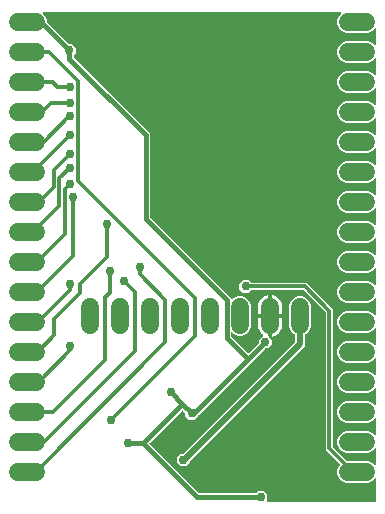
<source format=gbl>
G04 EAGLE Gerber RS-274X export*
G75*
%MOMM*%
%FSLAX34Y34*%
%LPD*%
%INBottom Copper*%
%IPPOS*%
%AMOC8*
5,1,8,0,0,1.08239X$1,22.5*%
G01*
%ADD10C,1.524000*%
%ADD11C,0.756400*%
%ADD12C,0.304800*%
%ADD13C,0.508000*%
%ADD14C,0.406400*%

G36*
X320368Y50804D02*
X320368Y50804D01*
X320387Y50802D01*
X320489Y50824D01*
X320591Y50840D01*
X320608Y50850D01*
X320628Y50854D01*
X320717Y50907D01*
X320808Y50956D01*
X320822Y50970D01*
X320839Y50980D01*
X320906Y51059D01*
X320978Y51134D01*
X320986Y51152D01*
X320999Y51167D01*
X321038Y51263D01*
X321081Y51357D01*
X321083Y51377D01*
X321091Y51395D01*
X321109Y51562D01*
X321109Y70119D01*
X321098Y70190D01*
X321096Y70261D01*
X321078Y70310D01*
X321070Y70362D01*
X321036Y70425D01*
X321011Y70492D01*
X320979Y70533D01*
X320954Y70579D01*
X320902Y70628D01*
X320858Y70684D01*
X320814Y70713D01*
X320776Y70748D01*
X320711Y70779D01*
X320651Y70817D01*
X320600Y70830D01*
X320553Y70852D01*
X320482Y70860D01*
X320412Y70877D01*
X320360Y70873D01*
X320309Y70879D01*
X320238Y70864D01*
X320167Y70858D01*
X320119Y70838D01*
X320068Y70827D01*
X320007Y70790D01*
X319941Y70762D01*
X319885Y70717D01*
X319857Y70701D01*
X319842Y70683D01*
X319810Y70657D01*
X317600Y68447D01*
X314239Y67055D01*
X295361Y67055D01*
X292000Y68447D01*
X289427Y71020D01*
X288035Y74381D01*
X288035Y78019D01*
X289427Y81380D01*
X289925Y81877D01*
X289936Y81893D01*
X289952Y81906D01*
X290008Y81993D01*
X290068Y82077D01*
X290074Y82096D01*
X290085Y82113D01*
X290110Y82213D01*
X290141Y82312D01*
X290140Y82332D01*
X290145Y82351D01*
X290137Y82454D01*
X290134Y82558D01*
X290127Y82577D01*
X290126Y82597D01*
X290085Y82691D01*
X290050Y82789D01*
X290037Y82805D01*
X290029Y82823D01*
X289925Y82954D01*
X278129Y94749D01*
X278129Y211020D01*
X278115Y211110D01*
X278107Y211201D01*
X278095Y211231D01*
X278090Y211263D01*
X278047Y211343D01*
X278011Y211427D01*
X277985Y211459D01*
X277974Y211480D01*
X277951Y211502D01*
X277906Y211558D01*
X259564Y229900D01*
X259490Y229953D01*
X259421Y230013D01*
X259391Y230025D01*
X259364Y230044D01*
X259277Y230071D01*
X259193Y230105D01*
X259152Y230109D01*
X259129Y230116D01*
X259097Y230115D01*
X259026Y230123D01*
X215083Y230123D01*
X214993Y230109D01*
X214902Y230101D01*
X214873Y230089D01*
X214841Y230084D01*
X214760Y230041D01*
X214676Y230005D01*
X214644Y229979D01*
X214623Y229968D01*
X214601Y229945D01*
X214545Y229900D01*
X212510Y227865D01*
X208114Y227865D01*
X205005Y230974D01*
X205005Y235370D01*
X208114Y238479D01*
X212510Y238479D01*
X214545Y236444D01*
X214619Y236391D01*
X214689Y236331D01*
X214719Y236319D01*
X214745Y236300D01*
X214832Y236273D01*
X214917Y236239D01*
X214958Y236235D01*
X214980Y236228D01*
X215012Y236229D01*
X215083Y236221D01*
X261867Y236221D01*
X284227Y213861D01*
X284227Y97590D01*
X284241Y97500D01*
X284249Y97409D01*
X284261Y97379D01*
X284266Y97347D01*
X284309Y97267D01*
X284345Y97183D01*
X284371Y97151D01*
X284382Y97130D01*
X284405Y97108D01*
X284450Y97052D01*
X295934Y85568D01*
X296008Y85515D01*
X296077Y85455D01*
X296107Y85443D01*
X296134Y85424D01*
X296221Y85397D01*
X296305Y85363D01*
X296346Y85359D01*
X296369Y85352D01*
X296401Y85353D01*
X296472Y85345D01*
X314239Y85345D01*
X317600Y83953D01*
X319810Y81743D01*
X319868Y81701D01*
X319920Y81652D01*
X319967Y81630D01*
X320009Y81599D01*
X320078Y81578D01*
X320143Y81548D01*
X320195Y81542D01*
X320245Y81527D01*
X320316Y81529D01*
X320387Y81521D01*
X320438Y81532D01*
X320490Y81533D01*
X320558Y81558D01*
X320628Y81573D01*
X320673Y81600D01*
X320721Y81618D01*
X320777Y81663D01*
X320839Y81699D01*
X320873Y81739D01*
X320913Y81771D01*
X320952Y81832D01*
X320999Y81886D01*
X321018Y81935D01*
X321046Y81978D01*
X321064Y82048D01*
X321091Y82114D01*
X321099Y82186D01*
X321107Y82217D01*
X321105Y82240D01*
X321109Y82281D01*
X321109Y95519D01*
X321098Y95590D01*
X321096Y95661D01*
X321078Y95710D01*
X321070Y95762D01*
X321036Y95825D01*
X321011Y95892D01*
X320979Y95933D01*
X320954Y95979D01*
X320902Y96028D01*
X320858Y96084D01*
X320814Y96113D01*
X320776Y96148D01*
X320711Y96179D01*
X320651Y96217D01*
X320600Y96230D01*
X320553Y96252D01*
X320482Y96260D01*
X320412Y96277D01*
X320360Y96273D01*
X320309Y96279D01*
X320238Y96264D01*
X320167Y96258D01*
X320119Y96238D01*
X320068Y96227D01*
X320007Y96190D01*
X319941Y96162D01*
X319885Y96117D01*
X319857Y96101D01*
X319842Y96083D01*
X319810Y96057D01*
X317600Y93847D01*
X314239Y92455D01*
X295361Y92455D01*
X292000Y93847D01*
X289427Y96420D01*
X288035Y99781D01*
X288035Y103419D01*
X289427Y106780D01*
X292000Y109353D01*
X295361Y110745D01*
X314239Y110745D01*
X317600Y109353D01*
X319810Y107143D01*
X319868Y107101D01*
X319920Y107052D01*
X319967Y107030D01*
X320009Y106999D01*
X320078Y106978D01*
X320143Y106948D01*
X320195Y106942D01*
X320245Y106927D01*
X320316Y106929D01*
X320387Y106921D01*
X320438Y106932D01*
X320490Y106933D01*
X320558Y106958D01*
X320628Y106973D01*
X320673Y107000D01*
X320721Y107018D01*
X320777Y107063D01*
X320839Y107099D01*
X320873Y107139D01*
X320913Y107171D01*
X320952Y107232D01*
X320999Y107286D01*
X321018Y107335D01*
X321046Y107378D01*
X321064Y107448D01*
X321091Y107514D01*
X321099Y107586D01*
X321107Y107617D01*
X321105Y107640D01*
X321109Y107681D01*
X321109Y120919D01*
X321098Y120990D01*
X321096Y121061D01*
X321078Y121110D01*
X321070Y121162D01*
X321036Y121225D01*
X321011Y121292D01*
X320979Y121333D01*
X320954Y121379D01*
X320902Y121428D01*
X320858Y121484D01*
X320814Y121513D01*
X320776Y121548D01*
X320711Y121579D01*
X320651Y121617D01*
X320600Y121630D01*
X320553Y121652D01*
X320482Y121660D01*
X320412Y121677D01*
X320360Y121673D01*
X320309Y121679D01*
X320238Y121664D01*
X320167Y121658D01*
X320119Y121638D01*
X320068Y121627D01*
X320007Y121590D01*
X319941Y121562D01*
X319885Y121517D01*
X319857Y121501D01*
X319842Y121483D01*
X319810Y121457D01*
X317600Y119247D01*
X314239Y117855D01*
X295361Y117855D01*
X292000Y119247D01*
X289427Y121820D01*
X288035Y125181D01*
X288035Y128819D01*
X289427Y132180D01*
X292000Y134753D01*
X295361Y136145D01*
X314239Y136145D01*
X317600Y134753D01*
X319810Y132543D01*
X319868Y132501D01*
X319920Y132452D01*
X319967Y132430D01*
X320009Y132399D01*
X320078Y132378D01*
X320143Y132348D01*
X320195Y132342D01*
X320245Y132327D01*
X320316Y132329D01*
X320387Y132321D01*
X320438Y132332D01*
X320490Y132333D01*
X320558Y132358D01*
X320628Y132373D01*
X320673Y132400D01*
X320721Y132418D01*
X320777Y132463D01*
X320839Y132499D01*
X320873Y132539D01*
X320913Y132571D01*
X320952Y132632D01*
X320999Y132686D01*
X321018Y132735D01*
X321046Y132778D01*
X321064Y132848D01*
X321091Y132914D01*
X321099Y132986D01*
X321107Y133017D01*
X321105Y133040D01*
X321109Y133081D01*
X321109Y146319D01*
X321098Y146390D01*
X321096Y146461D01*
X321078Y146510D01*
X321070Y146562D01*
X321036Y146625D01*
X321011Y146692D01*
X320979Y146733D01*
X320954Y146779D01*
X320902Y146828D01*
X320858Y146884D01*
X320814Y146913D01*
X320776Y146948D01*
X320711Y146979D01*
X320651Y147017D01*
X320600Y147030D01*
X320553Y147052D01*
X320482Y147060D01*
X320412Y147077D01*
X320360Y147073D01*
X320309Y147079D01*
X320238Y147064D01*
X320167Y147058D01*
X320119Y147038D01*
X320068Y147027D01*
X320007Y146990D01*
X319941Y146962D01*
X319885Y146917D01*
X319857Y146901D01*
X319842Y146883D01*
X319810Y146857D01*
X317600Y144647D01*
X314239Y143255D01*
X295361Y143255D01*
X292000Y144647D01*
X289427Y147220D01*
X288035Y150581D01*
X288035Y154219D01*
X289427Y157580D01*
X292000Y160153D01*
X295361Y161545D01*
X314239Y161545D01*
X317600Y160153D01*
X319810Y157943D01*
X319868Y157901D01*
X319920Y157852D01*
X319967Y157830D01*
X320009Y157799D01*
X320078Y157778D01*
X320143Y157748D01*
X320195Y157742D01*
X320245Y157727D01*
X320316Y157729D01*
X320387Y157721D01*
X320438Y157732D01*
X320490Y157733D01*
X320558Y157758D01*
X320628Y157773D01*
X320673Y157800D01*
X320721Y157818D01*
X320777Y157863D01*
X320839Y157899D01*
X320873Y157939D01*
X320913Y157971D01*
X320952Y158032D01*
X320999Y158086D01*
X321018Y158135D01*
X321046Y158178D01*
X321064Y158248D01*
X321091Y158314D01*
X321099Y158386D01*
X321107Y158417D01*
X321105Y158440D01*
X321109Y158481D01*
X321109Y171719D01*
X321098Y171790D01*
X321096Y171861D01*
X321078Y171910D01*
X321070Y171962D01*
X321036Y172025D01*
X321011Y172092D01*
X320979Y172133D01*
X320954Y172179D01*
X320902Y172228D01*
X320858Y172284D01*
X320814Y172313D01*
X320776Y172348D01*
X320711Y172379D01*
X320651Y172417D01*
X320600Y172430D01*
X320553Y172452D01*
X320482Y172460D01*
X320412Y172477D01*
X320360Y172473D01*
X320309Y172479D01*
X320238Y172464D01*
X320167Y172458D01*
X320119Y172438D01*
X320068Y172427D01*
X320007Y172390D01*
X319941Y172362D01*
X319885Y172317D01*
X319857Y172301D01*
X319842Y172283D01*
X319810Y172257D01*
X317600Y170047D01*
X314239Y168655D01*
X295361Y168655D01*
X292000Y170047D01*
X289427Y172620D01*
X288035Y175981D01*
X288035Y179619D01*
X289427Y182980D01*
X292000Y185553D01*
X295361Y186945D01*
X314239Y186945D01*
X317600Y185553D01*
X319810Y183343D01*
X319868Y183301D01*
X319920Y183252D01*
X319967Y183230D01*
X320009Y183199D01*
X320078Y183178D01*
X320143Y183148D01*
X320195Y183142D01*
X320245Y183127D01*
X320316Y183129D01*
X320387Y183121D01*
X320438Y183132D01*
X320490Y183133D01*
X320558Y183158D01*
X320628Y183173D01*
X320673Y183200D01*
X320721Y183218D01*
X320777Y183263D01*
X320839Y183299D01*
X320873Y183339D01*
X320913Y183371D01*
X320952Y183432D01*
X320999Y183486D01*
X321018Y183535D01*
X321046Y183578D01*
X321064Y183648D01*
X321091Y183714D01*
X321099Y183786D01*
X321107Y183817D01*
X321105Y183840D01*
X321109Y183881D01*
X321109Y197119D01*
X321098Y197190D01*
X321096Y197261D01*
X321078Y197310D01*
X321070Y197362D01*
X321036Y197425D01*
X321011Y197492D01*
X320979Y197533D01*
X320954Y197579D01*
X320902Y197628D01*
X320858Y197684D01*
X320814Y197713D01*
X320776Y197748D01*
X320711Y197779D01*
X320651Y197817D01*
X320600Y197830D01*
X320553Y197852D01*
X320482Y197860D01*
X320412Y197877D01*
X320360Y197873D01*
X320309Y197879D01*
X320238Y197864D01*
X320167Y197858D01*
X320119Y197838D01*
X320068Y197827D01*
X320007Y197790D01*
X319941Y197762D01*
X319885Y197717D01*
X319857Y197701D01*
X319842Y197683D01*
X319810Y197657D01*
X317600Y195447D01*
X314239Y194055D01*
X295361Y194055D01*
X292000Y195447D01*
X289427Y198020D01*
X288035Y201381D01*
X288035Y205019D01*
X289427Y208380D01*
X292000Y210953D01*
X295361Y212345D01*
X314239Y212345D01*
X317600Y210953D01*
X319810Y208743D01*
X319868Y208701D01*
X319920Y208652D01*
X319967Y208630D01*
X320009Y208599D01*
X320078Y208578D01*
X320143Y208548D01*
X320195Y208542D01*
X320245Y208527D01*
X320316Y208529D01*
X320387Y208521D01*
X320438Y208532D01*
X320490Y208533D01*
X320558Y208558D01*
X320628Y208573D01*
X320673Y208600D01*
X320721Y208618D01*
X320777Y208663D01*
X320839Y208699D01*
X320873Y208739D01*
X320913Y208771D01*
X320952Y208832D01*
X320999Y208886D01*
X321018Y208935D01*
X321046Y208978D01*
X321064Y209048D01*
X321091Y209114D01*
X321099Y209186D01*
X321107Y209217D01*
X321105Y209240D01*
X321109Y209281D01*
X321109Y222519D01*
X321098Y222590D01*
X321096Y222661D01*
X321078Y222710D01*
X321070Y222762D01*
X321036Y222825D01*
X321011Y222892D01*
X320979Y222933D01*
X320954Y222979D01*
X320902Y223028D01*
X320858Y223084D01*
X320814Y223113D01*
X320776Y223148D01*
X320711Y223179D01*
X320651Y223217D01*
X320600Y223230D01*
X320553Y223252D01*
X320482Y223260D01*
X320412Y223277D01*
X320360Y223273D01*
X320309Y223279D01*
X320238Y223264D01*
X320167Y223258D01*
X320119Y223238D01*
X320068Y223227D01*
X320007Y223190D01*
X319941Y223162D01*
X319885Y223117D01*
X319857Y223101D01*
X319842Y223083D01*
X319810Y223057D01*
X317600Y220847D01*
X314239Y219455D01*
X295361Y219455D01*
X292000Y220847D01*
X289427Y223420D01*
X288035Y226781D01*
X288035Y230419D01*
X289427Y233780D01*
X292000Y236353D01*
X295361Y237745D01*
X314239Y237745D01*
X317600Y236353D01*
X319810Y234143D01*
X319868Y234101D01*
X319920Y234052D01*
X319967Y234030D01*
X320009Y233999D01*
X320078Y233978D01*
X320143Y233948D01*
X320195Y233942D01*
X320245Y233927D01*
X320316Y233929D01*
X320387Y233921D01*
X320438Y233932D01*
X320490Y233933D01*
X320558Y233958D01*
X320628Y233973D01*
X320673Y234000D01*
X320721Y234018D01*
X320777Y234063D01*
X320839Y234099D01*
X320873Y234139D01*
X320913Y234171D01*
X320952Y234232D01*
X320999Y234286D01*
X321018Y234335D01*
X321046Y234378D01*
X321064Y234448D01*
X321091Y234514D01*
X321099Y234586D01*
X321107Y234617D01*
X321105Y234640D01*
X321109Y234681D01*
X321109Y247919D01*
X321098Y247990D01*
X321096Y248061D01*
X321078Y248110D01*
X321070Y248162D01*
X321036Y248225D01*
X321011Y248292D01*
X320979Y248333D01*
X320954Y248379D01*
X320902Y248428D01*
X320858Y248484D01*
X320814Y248513D01*
X320776Y248548D01*
X320711Y248579D01*
X320651Y248617D01*
X320600Y248630D01*
X320553Y248652D01*
X320482Y248660D01*
X320412Y248677D01*
X320360Y248673D01*
X320309Y248679D01*
X320238Y248664D01*
X320167Y248658D01*
X320119Y248638D01*
X320068Y248627D01*
X320007Y248590D01*
X319941Y248562D01*
X319885Y248517D01*
X319857Y248501D01*
X319842Y248483D01*
X319810Y248457D01*
X317600Y246247D01*
X314239Y244855D01*
X295361Y244855D01*
X292000Y246247D01*
X289427Y248820D01*
X288035Y252181D01*
X288035Y255819D01*
X289427Y259180D01*
X292000Y261753D01*
X295361Y263145D01*
X314239Y263145D01*
X317600Y261753D01*
X319810Y259543D01*
X319868Y259501D01*
X319920Y259452D01*
X319967Y259430D01*
X320009Y259399D01*
X320078Y259378D01*
X320143Y259348D01*
X320195Y259342D01*
X320245Y259327D01*
X320316Y259329D01*
X320387Y259321D01*
X320438Y259332D01*
X320490Y259333D01*
X320558Y259358D01*
X320628Y259373D01*
X320673Y259400D01*
X320721Y259418D01*
X320777Y259463D01*
X320839Y259499D01*
X320873Y259539D01*
X320913Y259571D01*
X320952Y259632D01*
X320999Y259686D01*
X321018Y259735D01*
X321046Y259778D01*
X321064Y259848D01*
X321091Y259914D01*
X321099Y259986D01*
X321107Y260017D01*
X321105Y260040D01*
X321109Y260081D01*
X321109Y273319D01*
X321098Y273390D01*
X321096Y273461D01*
X321078Y273510D01*
X321070Y273562D01*
X321036Y273625D01*
X321011Y273692D01*
X320979Y273733D01*
X320954Y273779D01*
X320902Y273828D01*
X320858Y273884D01*
X320814Y273913D01*
X320776Y273948D01*
X320711Y273979D01*
X320651Y274017D01*
X320600Y274030D01*
X320553Y274052D01*
X320482Y274060D01*
X320412Y274077D01*
X320360Y274073D01*
X320309Y274079D01*
X320238Y274064D01*
X320167Y274058D01*
X320119Y274038D01*
X320068Y274027D01*
X320007Y273990D01*
X319941Y273962D01*
X319885Y273917D01*
X319857Y273901D01*
X319842Y273883D01*
X319810Y273857D01*
X317600Y271647D01*
X314239Y270255D01*
X295361Y270255D01*
X292000Y271647D01*
X289427Y274220D01*
X288035Y277581D01*
X288035Y281219D01*
X289427Y284580D01*
X292000Y287153D01*
X295361Y288545D01*
X314239Y288545D01*
X317600Y287153D01*
X319810Y284943D01*
X319868Y284901D01*
X319920Y284852D01*
X319967Y284830D01*
X320009Y284799D01*
X320078Y284778D01*
X320143Y284748D01*
X320195Y284742D01*
X320245Y284727D01*
X320316Y284729D01*
X320387Y284721D01*
X320438Y284732D01*
X320490Y284733D01*
X320558Y284758D01*
X320628Y284773D01*
X320673Y284800D01*
X320721Y284818D01*
X320777Y284863D01*
X320839Y284899D01*
X320873Y284939D01*
X320913Y284971D01*
X320952Y285032D01*
X320999Y285086D01*
X321018Y285135D01*
X321046Y285178D01*
X321064Y285248D01*
X321091Y285314D01*
X321099Y285386D01*
X321107Y285417D01*
X321105Y285440D01*
X321109Y285481D01*
X321109Y298719D01*
X321098Y298790D01*
X321096Y298861D01*
X321078Y298910D01*
X321070Y298962D01*
X321036Y299025D01*
X321011Y299092D01*
X320979Y299133D01*
X320954Y299179D01*
X320902Y299228D01*
X320858Y299284D01*
X320814Y299313D01*
X320776Y299348D01*
X320711Y299379D01*
X320651Y299417D01*
X320600Y299430D01*
X320553Y299452D01*
X320482Y299460D01*
X320412Y299477D01*
X320360Y299473D01*
X320309Y299479D01*
X320238Y299464D01*
X320167Y299458D01*
X320119Y299438D01*
X320068Y299427D01*
X320007Y299390D01*
X319941Y299362D01*
X319885Y299317D01*
X319857Y299301D01*
X319842Y299283D01*
X319810Y299257D01*
X317600Y297047D01*
X314239Y295655D01*
X295361Y295655D01*
X292000Y297047D01*
X289427Y299620D01*
X288035Y302981D01*
X288035Y306619D01*
X289427Y309980D01*
X292000Y312553D01*
X295361Y313945D01*
X314239Y313945D01*
X317600Y312553D01*
X319810Y310343D01*
X319868Y310301D01*
X319920Y310252D01*
X319967Y310230D01*
X320009Y310199D01*
X320078Y310178D01*
X320143Y310148D01*
X320195Y310142D01*
X320245Y310127D01*
X320316Y310129D01*
X320387Y310121D01*
X320438Y310132D01*
X320490Y310133D01*
X320558Y310158D01*
X320628Y310173D01*
X320673Y310200D01*
X320721Y310218D01*
X320777Y310263D01*
X320839Y310299D01*
X320873Y310339D01*
X320913Y310371D01*
X320952Y310432D01*
X320999Y310486D01*
X321018Y310535D01*
X321046Y310578D01*
X321064Y310648D01*
X321091Y310714D01*
X321099Y310786D01*
X321107Y310817D01*
X321105Y310840D01*
X321109Y310881D01*
X321109Y324119D01*
X321108Y324127D01*
X321108Y324129D01*
X321106Y324141D01*
X321098Y324190D01*
X321096Y324261D01*
X321078Y324310D01*
X321070Y324362D01*
X321036Y324425D01*
X321011Y324492D01*
X320979Y324533D01*
X320954Y324579D01*
X320902Y324628D01*
X320858Y324684D01*
X320814Y324713D01*
X320776Y324748D01*
X320711Y324779D01*
X320651Y324817D01*
X320600Y324830D01*
X320553Y324852D01*
X320482Y324860D01*
X320412Y324877D01*
X320360Y324873D01*
X320309Y324879D01*
X320238Y324864D01*
X320167Y324858D01*
X320119Y324838D01*
X320068Y324827D01*
X320007Y324790D01*
X319941Y324762D01*
X319885Y324717D01*
X319857Y324701D01*
X319842Y324683D01*
X319810Y324657D01*
X317600Y322447D01*
X314239Y321055D01*
X295361Y321055D01*
X292000Y322447D01*
X289427Y325020D01*
X288035Y328381D01*
X288035Y332019D01*
X289427Y335380D01*
X292000Y337953D01*
X295361Y339345D01*
X314239Y339345D01*
X317600Y337953D01*
X319810Y335743D01*
X319868Y335701D01*
X319920Y335652D01*
X319967Y335630D01*
X320009Y335599D01*
X320078Y335578D01*
X320143Y335548D01*
X320195Y335542D01*
X320245Y335527D01*
X320316Y335529D01*
X320387Y335521D01*
X320438Y335532D01*
X320490Y335533D01*
X320558Y335558D01*
X320628Y335573D01*
X320673Y335600D01*
X320721Y335618D01*
X320777Y335663D01*
X320839Y335699D01*
X320873Y335739D01*
X320913Y335771D01*
X320952Y335832D01*
X320999Y335886D01*
X321018Y335935D01*
X321046Y335978D01*
X321064Y336048D01*
X321091Y336114D01*
X321099Y336186D01*
X321107Y336217D01*
X321105Y336240D01*
X321109Y336281D01*
X321109Y349519D01*
X321098Y349590D01*
X321096Y349661D01*
X321078Y349710D01*
X321070Y349762D01*
X321036Y349825D01*
X321011Y349892D01*
X320979Y349933D01*
X320954Y349979D01*
X320902Y350028D01*
X320858Y350084D01*
X320814Y350113D01*
X320776Y350148D01*
X320711Y350179D01*
X320651Y350217D01*
X320600Y350230D01*
X320553Y350252D01*
X320482Y350260D01*
X320412Y350277D01*
X320360Y350273D01*
X320309Y350279D01*
X320238Y350264D01*
X320167Y350258D01*
X320119Y350238D01*
X320068Y350227D01*
X320007Y350190D01*
X319941Y350162D01*
X319885Y350117D01*
X319857Y350101D01*
X319842Y350083D01*
X319810Y350057D01*
X317600Y347847D01*
X314239Y346455D01*
X295361Y346455D01*
X292000Y347847D01*
X289427Y350420D01*
X288035Y353781D01*
X288035Y357419D01*
X289427Y360780D01*
X292000Y363353D01*
X295361Y364745D01*
X314239Y364745D01*
X317600Y363353D01*
X319810Y361143D01*
X319868Y361101D01*
X319920Y361052D01*
X319967Y361030D01*
X320009Y360999D01*
X320078Y360978D01*
X320143Y360948D01*
X320195Y360942D01*
X320245Y360927D01*
X320316Y360929D01*
X320387Y360921D01*
X320438Y360932D01*
X320490Y360933D01*
X320558Y360958D01*
X320628Y360973D01*
X320673Y361000D01*
X320721Y361018D01*
X320777Y361063D01*
X320839Y361099D01*
X320873Y361139D01*
X320913Y361171D01*
X320952Y361232D01*
X320999Y361286D01*
X321018Y361335D01*
X321046Y361378D01*
X321064Y361448D01*
X321091Y361514D01*
X321099Y361586D01*
X321107Y361617D01*
X321105Y361640D01*
X321109Y361681D01*
X321109Y374919D01*
X321098Y374990D01*
X321096Y375061D01*
X321078Y375110D01*
X321070Y375162D01*
X321036Y375225D01*
X321011Y375292D01*
X320979Y375333D01*
X320954Y375379D01*
X320902Y375428D01*
X320858Y375484D01*
X320814Y375513D01*
X320776Y375548D01*
X320711Y375579D01*
X320651Y375617D01*
X320600Y375630D01*
X320553Y375652D01*
X320482Y375660D01*
X320412Y375677D01*
X320360Y375673D01*
X320309Y375679D01*
X320238Y375664D01*
X320167Y375658D01*
X320119Y375638D01*
X320068Y375627D01*
X320007Y375590D01*
X319941Y375562D01*
X319885Y375517D01*
X319857Y375501D01*
X319842Y375483D01*
X319810Y375457D01*
X317600Y373247D01*
X314239Y371855D01*
X295361Y371855D01*
X292000Y373247D01*
X289427Y375820D01*
X288035Y379181D01*
X288035Y382819D01*
X289427Y386180D01*
X292000Y388753D01*
X295361Y390145D01*
X314239Y390145D01*
X317600Y388753D01*
X319810Y386543D01*
X319868Y386501D01*
X319920Y386452D01*
X319967Y386430D01*
X320009Y386399D01*
X320078Y386378D01*
X320143Y386348D01*
X320195Y386342D01*
X320245Y386327D01*
X320316Y386329D01*
X320387Y386321D01*
X320438Y386332D01*
X320490Y386333D01*
X320558Y386358D01*
X320628Y386373D01*
X320673Y386400D01*
X320721Y386418D01*
X320777Y386463D01*
X320839Y386499D01*
X320873Y386539D01*
X320913Y386571D01*
X320952Y386632D01*
X320999Y386686D01*
X321018Y386735D01*
X321046Y386778D01*
X321064Y386848D01*
X321091Y386914D01*
X321099Y386986D01*
X321107Y387017D01*
X321105Y387040D01*
X321109Y387081D01*
X321109Y400319D01*
X321098Y400390D01*
X321096Y400461D01*
X321078Y400510D01*
X321070Y400562D01*
X321036Y400625D01*
X321011Y400692D01*
X320979Y400733D01*
X320954Y400779D01*
X320902Y400828D01*
X320858Y400884D01*
X320814Y400913D01*
X320776Y400948D01*
X320711Y400979D01*
X320651Y401017D01*
X320600Y401030D01*
X320553Y401052D01*
X320482Y401060D01*
X320412Y401077D01*
X320360Y401073D01*
X320309Y401079D01*
X320238Y401064D01*
X320167Y401058D01*
X320119Y401038D01*
X320068Y401027D01*
X320007Y400990D01*
X319941Y400962D01*
X319885Y400917D01*
X319857Y400901D01*
X319842Y400883D01*
X319810Y400857D01*
X317600Y398647D01*
X314239Y397255D01*
X295361Y397255D01*
X292000Y398647D01*
X289427Y401220D01*
X288035Y404581D01*
X288035Y408219D01*
X289427Y411580D01*
X292000Y414153D01*
X295361Y415545D01*
X314239Y415545D01*
X317600Y414153D01*
X319810Y411943D01*
X319868Y411901D01*
X319920Y411852D01*
X319967Y411830D01*
X320009Y411799D01*
X320078Y411778D01*
X320143Y411748D01*
X320195Y411742D01*
X320245Y411727D01*
X320316Y411729D01*
X320387Y411721D01*
X320438Y411732D01*
X320490Y411733D01*
X320558Y411758D01*
X320628Y411773D01*
X320673Y411800D01*
X320721Y411818D01*
X320777Y411863D01*
X320839Y411899D01*
X320873Y411939D01*
X320913Y411971D01*
X320952Y412032D01*
X320999Y412086D01*
X321018Y412135D01*
X321046Y412178D01*
X321064Y412248D01*
X321091Y412314D01*
X321099Y412386D01*
X321107Y412417D01*
X321105Y412440D01*
X321109Y412481D01*
X321109Y425719D01*
X321098Y425790D01*
X321096Y425861D01*
X321078Y425910D01*
X321070Y425962D01*
X321036Y426025D01*
X321011Y426092D01*
X320979Y426133D01*
X320954Y426179D01*
X320902Y426228D01*
X320858Y426284D01*
X320814Y426313D01*
X320776Y426348D01*
X320711Y426379D01*
X320651Y426417D01*
X320600Y426430D01*
X320553Y426452D01*
X320482Y426460D01*
X320412Y426477D01*
X320360Y426473D01*
X320309Y426479D01*
X320238Y426464D01*
X320167Y426458D01*
X320119Y426438D01*
X320068Y426427D01*
X320007Y426390D01*
X319941Y426362D01*
X319885Y426317D01*
X319857Y426301D01*
X319842Y426283D01*
X319810Y426257D01*
X317600Y424047D01*
X314239Y422655D01*
X295361Y422655D01*
X292000Y424047D01*
X289427Y426620D01*
X288035Y429981D01*
X288035Y433619D01*
X289427Y436980D01*
X292000Y439553D01*
X295361Y440945D01*
X314239Y440945D01*
X317600Y439553D01*
X319810Y437343D01*
X319868Y437301D01*
X319920Y437252D01*
X319967Y437230D01*
X320009Y437199D01*
X320078Y437178D01*
X320143Y437148D01*
X320195Y437142D01*
X320245Y437127D01*
X320316Y437129D01*
X320387Y437121D01*
X320438Y437132D01*
X320490Y437133D01*
X320558Y437158D01*
X320628Y437173D01*
X320673Y437200D01*
X320721Y437218D01*
X320777Y437263D01*
X320839Y437299D01*
X320873Y437339D01*
X320913Y437371D01*
X320952Y437432D01*
X320999Y437486D01*
X321018Y437535D01*
X321046Y437578D01*
X321064Y437648D01*
X321091Y437714D01*
X321099Y437786D01*
X321107Y437817D01*
X321105Y437840D01*
X321109Y437881D01*
X321109Y451119D01*
X321098Y451190D01*
X321096Y451261D01*
X321078Y451310D01*
X321070Y451362D01*
X321036Y451425D01*
X321011Y451492D01*
X320979Y451533D01*
X320954Y451579D01*
X320902Y451628D01*
X320858Y451684D01*
X320814Y451713D01*
X320776Y451748D01*
X320711Y451779D01*
X320651Y451817D01*
X320600Y451830D01*
X320553Y451852D01*
X320482Y451860D01*
X320412Y451877D01*
X320360Y451873D01*
X320309Y451879D01*
X320238Y451864D01*
X320167Y451858D01*
X320119Y451838D01*
X320068Y451827D01*
X320007Y451790D01*
X319941Y451762D01*
X319885Y451717D01*
X319857Y451701D01*
X319842Y451683D01*
X319810Y451657D01*
X317600Y449447D01*
X314239Y448055D01*
X295361Y448055D01*
X292000Y449447D01*
X289427Y452020D01*
X288035Y455381D01*
X288035Y459019D01*
X289427Y462380D01*
X291077Y464030D01*
X291119Y464088D01*
X291168Y464140D01*
X291190Y464187D01*
X291221Y464229D01*
X291242Y464298D01*
X291272Y464363D01*
X291278Y464415D01*
X291293Y464465D01*
X291291Y464536D01*
X291299Y464607D01*
X291288Y464658D01*
X291287Y464710D01*
X291262Y464778D01*
X291247Y464848D01*
X291220Y464893D01*
X291202Y464941D01*
X291157Y464997D01*
X291121Y465059D01*
X291081Y465093D01*
X291049Y465133D01*
X290988Y465172D01*
X290934Y465219D01*
X290885Y465238D01*
X290842Y465266D01*
X290772Y465284D01*
X290706Y465311D01*
X290634Y465319D01*
X290603Y465327D01*
X290580Y465325D01*
X290539Y465329D01*
X39661Y465329D01*
X39590Y465318D01*
X39519Y465316D01*
X39470Y465298D01*
X39418Y465290D01*
X39355Y465256D01*
X39288Y465231D01*
X39247Y465199D01*
X39201Y465174D01*
X39152Y465122D01*
X39096Y465078D01*
X39067Y465034D01*
X39032Y464996D01*
X39001Y464931D01*
X38963Y464871D01*
X38950Y464820D01*
X38928Y464773D01*
X38920Y464702D01*
X38903Y464632D01*
X38907Y464580D01*
X38901Y464529D01*
X38916Y464458D01*
X38922Y464387D01*
X38942Y464339D01*
X38953Y464288D01*
X38990Y464227D01*
X39018Y464161D01*
X39063Y464105D01*
X39079Y464077D01*
X39097Y464062D01*
X39123Y464030D01*
X40773Y462380D01*
X42165Y459019D01*
X42165Y457465D01*
X42179Y457374D01*
X42187Y457284D01*
X42199Y457254D01*
X42204Y457222D01*
X42247Y457141D01*
X42283Y457057D01*
X42309Y457025D01*
X42320Y457004D01*
X42343Y456982D01*
X42388Y456926D01*
X60714Y438600D01*
X60788Y438547D01*
X60858Y438487D01*
X60888Y438475D01*
X60914Y438456D01*
X61001Y438429D01*
X61086Y438395D01*
X61127Y438391D01*
X61149Y438384D01*
X61181Y438385D01*
X61253Y438377D01*
X63412Y438377D01*
X66521Y435268D01*
X66521Y430872D01*
X64994Y429345D01*
X64941Y429271D01*
X64881Y429201D01*
X64869Y429171D01*
X64850Y429145D01*
X64823Y429058D01*
X64789Y428973D01*
X64785Y428932D01*
X64778Y428910D01*
X64779Y428878D01*
X64771Y428807D01*
X64771Y427493D01*
X64785Y427402D01*
X64793Y427312D01*
X64805Y427282D01*
X64810Y427250D01*
X64853Y427169D01*
X64889Y427085D01*
X64915Y427053D01*
X64926Y427032D01*
X64949Y427010D01*
X64994Y426954D01*
X129287Y362661D01*
X129287Y292111D01*
X129290Y292093D01*
X129288Y292078D01*
X129302Y292011D01*
X129309Y291930D01*
X129321Y291900D01*
X129326Y291868D01*
X129338Y291846D01*
X129340Y291837D01*
X129364Y291798D01*
X129369Y291787D01*
X129405Y291703D01*
X129431Y291671D01*
X129442Y291650D01*
X129465Y291628D01*
X129466Y291626D01*
X129468Y291625D01*
X129510Y291572D01*
X197867Y223215D01*
X197867Y222797D01*
X197878Y222726D01*
X197880Y222655D01*
X197898Y222606D01*
X197906Y222554D01*
X197940Y222491D01*
X197965Y222424D01*
X197997Y222383D01*
X198022Y222337D01*
X198074Y222288D01*
X198118Y222232D01*
X198162Y222203D01*
X198200Y222168D01*
X198265Y222137D01*
X198325Y222099D01*
X198376Y222086D01*
X198423Y222064D01*
X198494Y222056D01*
X198564Y222039D01*
X198616Y222043D01*
X198667Y222037D01*
X198738Y222052D01*
X198809Y222058D01*
X198857Y222078D01*
X198908Y222089D01*
X198969Y222126D01*
X199035Y222154D01*
X199091Y222199D01*
X199119Y222215D01*
X199134Y222233D01*
X199166Y222259D01*
X200560Y223653D01*
X203921Y225045D01*
X207559Y225045D01*
X210920Y223653D01*
X213493Y221080D01*
X214885Y217719D01*
X214885Y198841D01*
X213493Y195480D01*
X210920Y192907D01*
X207559Y191515D01*
X203921Y191515D01*
X200560Y192907D01*
X199166Y194301D01*
X199108Y194343D01*
X199056Y194392D01*
X199009Y194414D01*
X198967Y194445D01*
X198898Y194466D01*
X198833Y194496D01*
X198781Y194502D01*
X198731Y194517D01*
X198660Y194515D01*
X198589Y194523D01*
X198538Y194512D01*
X198486Y194511D01*
X198418Y194486D01*
X198348Y194471D01*
X198303Y194444D01*
X198255Y194426D01*
X198199Y194381D01*
X198137Y194345D01*
X198103Y194305D01*
X198063Y194273D01*
X198024Y194212D01*
X197977Y194158D01*
X197958Y194109D01*
X197930Y194066D01*
X197912Y193996D01*
X197885Y193930D01*
X197877Y193858D01*
X197869Y193827D01*
X197871Y193804D01*
X197867Y193763D01*
X197867Y191527D01*
X197881Y191436D01*
X197889Y191346D01*
X197901Y191316D01*
X197906Y191284D01*
X197949Y191203D01*
X197985Y191119D01*
X198011Y191087D01*
X198022Y191066D01*
X198045Y191044D01*
X198090Y190988D01*
X212060Y177018D01*
X212076Y177007D01*
X212088Y176991D01*
X212176Y176935D01*
X212259Y176875D01*
X212278Y176869D01*
X212295Y176858D01*
X212396Y176833D01*
X212495Y176802D01*
X212514Y176803D01*
X212534Y176798D01*
X212637Y176806D01*
X212740Y176809D01*
X212759Y176816D01*
X212779Y176817D01*
X212874Y176857D01*
X212971Y176893D01*
X212987Y176906D01*
X213005Y176913D01*
X213136Y177018D01*
X221546Y185428D01*
X221599Y185502D01*
X221659Y185572D01*
X221671Y185602D01*
X221690Y185628D01*
X221717Y185715D01*
X221751Y185800D01*
X221755Y185841D01*
X221762Y185863D01*
X221761Y185895D01*
X221769Y185967D01*
X221769Y188126D01*
X225068Y191424D01*
X225114Y191489D01*
X225168Y191548D01*
X225185Y191588D01*
X225211Y191624D01*
X225234Y191700D01*
X225266Y191773D01*
X225270Y191817D01*
X225283Y191859D01*
X225281Y191939D01*
X225289Y192018D01*
X225278Y192061D01*
X225277Y192105D01*
X225250Y192180D01*
X225231Y192257D01*
X225208Y192295D01*
X225193Y192336D01*
X225143Y192398D01*
X225101Y192466D01*
X225057Y192505D01*
X225039Y192528D01*
X225016Y192543D01*
X224977Y192579D01*
X224521Y192910D01*
X223390Y194041D01*
X222450Y195335D01*
X221724Y196760D01*
X221229Y198281D01*
X220979Y199860D01*
X220979Y206757D01*
X229617Y206757D01*
X229617Y191207D01*
X229632Y191117D01*
X229639Y191026D01*
X229651Y190997D01*
X229657Y190965D01*
X229699Y190884D01*
X229735Y190800D01*
X229761Y190768D01*
X229772Y190747D01*
X229795Y190725D01*
X229840Y190669D01*
X232383Y188126D01*
X232383Y183730D01*
X229274Y180621D01*
X227115Y180621D01*
X227024Y180607D01*
X226934Y180599D01*
X226904Y180587D01*
X226872Y180582D01*
X226791Y180539D01*
X226707Y180503D01*
X226675Y180477D01*
X226654Y180466D01*
X226632Y180443D01*
X226576Y180398D01*
X216378Y170200D01*
X213848Y167670D01*
X170531Y124353D01*
X170122Y123944D01*
X170069Y123870D01*
X170009Y123800D01*
X169997Y123770D01*
X169978Y123744D01*
X169951Y123657D01*
X169917Y123572D01*
X169913Y123531D01*
X169906Y123509D01*
X169907Y123477D01*
X169899Y123405D01*
X166790Y120296D01*
X162394Y120296D01*
X159285Y123405D01*
X159285Y125691D01*
X159271Y125782D01*
X159263Y125872D01*
X159251Y125902D01*
X159246Y125934D01*
X159203Y126015D01*
X159167Y126099D01*
X159141Y126131D01*
X159130Y126152D01*
X159107Y126174D01*
X159062Y126230D01*
X157256Y128036D01*
X157240Y128047D01*
X157228Y128063D01*
X157140Y128119D01*
X157057Y128179D01*
X157038Y128185D01*
X157021Y128196D01*
X156920Y128221D01*
X156821Y128252D01*
X156802Y128251D01*
X156782Y128256D01*
X156679Y128248D01*
X156576Y128245D01*
X156557Y128238D01*
X156537Y128237D01*
X156442Y128197D01*
X156345Y128161D01*
X156329Y128148D01*
X156311Y128141D01*
X156180Y128036D01*
X129012Y100868D01*
X129001Y100852D01*
X128985Y100840D01*
X128929Y100752D01*
X128869Y100669D01*
X128863Y100650D01*
X128852Y100633D01*
X128827Y100532D01*
X128796Y100433D01*
X128797Y100414D01*
X128792Y100394D01*
X128800Y100291D01*
X128803Y100188D01*
X128810Y100169D01*
X128811Y100149D01*
X128851Y100054D01*
X128887Y99957D01*
X128900Y99941D01*
X128907Y99923D01*
X129012Y99792D01*
X170160Y58644D01*
X170234Y58591D01*
X170304Y58531D01*
X170334Y58519D01*
X170360Y58500D01*
X170447Y58473D01*
X170532Y58439D01*
X170573Y58435D01*
X170595Y58428D01*
X170627Y58429D01*
X170699Y58421D01*
X219257Y58421D01*
X219347Y58435D01*
X219438Y58443D01*
X219467Y58455D01*
X219499Y58460D01*
X219580Y58503D01*
X219664Y58539D01*
X219696Y58565D01*
X219717Y58576D01*
X219739Y58599D01*
X219795Y58644D01*
X221322Y60171D01*
X225718Y60171D01*
X228827Y57062D01*
X228827Y52666D01*
X228261Y52100D01*
X228219Y52042D01*
X228170Y51990D01*
X228148Y51943D01*
X228118Y51901D01*
X228096Y51832D01*
X228066Y51767D01*
X228061Y51715D01*
X228045Y51665D01*
X228047Y51594D01*
X228039Y51523D01*
X228050Y51472D01*
X228052Y51420D01*
X228076Y51352D01*
X228091Y51282D01*
X228118Y51237D01*
X228136Y51189D01*
X228181Y51133D01*
X228218Y51071D01*
X228257Y51037D01*
X228290Y50997D01*
X228350Y50958D01*
X228405Y50911D01*
X228453Y50892D01*
X228497Y50864D01*
X228566Y50846D01*
X228633Y50819D01*
X228704Y50811D01*
X228735Y50803D01*
X228758Y50805D01*
X228799Y50801D01*
X320348Y50801D01*
X320368Y50804D01*
G37*
%LPC*%
G36*
X155536Y80799D02*
X155536Y80799D01*
X152427Y83908D01*
X152427Y88304D01*
X155536Y91413D01*
X157358Y91413D01*
X157448Y91427D01*
X157539Y91435D01*
X157569Y91447D01*
X157601Y91452D01*
X157681Y91495D01*
X157765Y91531D01*
X157797Y91557D01*
X157818Y91568D01*
X157840Y91591D01*
X157896Y91636D01*
X252252Y185992D01*
X252305Y186066D01*
X252365Y186135D01*
X252377Y186165D01*
X252396Y186191D01*
X252423Y186278D01*
X252457Y186363D01*
X252461Y186404D01*
X252468Y186426D01*
X252467Y186459D01*
X252475Y186530D01*
X252475Y191937D01*
X252456Y192052D01*
X252439Y192168D01*
X252437Y192173D01*
X252436Y192180D01*
X252381Y192282D01*
X252328Y192387D01*
X252323Y192391D01*
X252320Y192397D01*
X252236Y192477D01*
X252152Y192559D01*
X252146Y192563D01*
X252142Y192566D01*
X252125Y192574D01*
X252005Y192640D01*
X251360Y192907D01*
X248787Y195480D01*
X247395Y198841D01*
X247395Y217719D01*
X248787Y221080D01*
X251360Y223653D01*
X254721Y225045D01*
X258359Y225045D01*
X261720Y223653D01*
X264293Y221080D01*
X265685Y217719D01*
X265685Y198841D01*
X264293Y195480D01*
X261720Y192907D01*
X261075Y192640D01*
X260975Y192579D01*
X260875Y192519D01*
X260871Y192514D01*
X260866Y192511D01*
X260791Y192420D01*
X260715Y192332D01*
X260713Y192326D01*
X260709Y192321D01*
X260667Y192213D01*
X260623Y192104D01*
X260622Y192096D01*
X260621Y192091D01*
X260620Y192073D01*
X260605Y191937D01*
X260605Y182847D01*
X258001Y180243D01*
X163264Y85506D01*
X163211Y85432D01*
X163151Y85363D01*
X163139Y85333D01*
X163120Y85307D01*
X163093Y85220D01*
X163059Y85135D01*
X163055Y85094D01*
X163048Y85072D01*
X163049Y85039D01*
X163041Y84968D01*
X163041Y83908D01*
X159932Y80799D01*
X155536Y80799D01*
G37*
%LPD*%
%LPC*%
G36*
X232663Y209803D02*
X232663Y209803D01*
X232663Y225946D01*
X233519Y225811D01*
X235040Y225316D01*
X236465Y224590D01*
X237759Y223650D01*
X238890Y222519D01*
X239830Y221225D01*
X240556Y219800D01*
X241051Y218279D01*
X241301Y216700D01*
X241301Y209803D01*
X232663Y209803D01*
G37*
%LPD*%
%LPC*%
G36*
X232663Y206757D02*
X232663Y206757D01*
X241301Y206757D01*
X241301Y199860D01*
X241051Y198281D01*
X240556Y196760D01*
X239830Y195335D01*
X238890Y194041D01*
X237759Y192910D01*
X236465Y191970D01*
X235040Y191244D01*
X233519Y190749D01*
X232663Y190614D01*
X232663Y206757D01*
G37*
%LPD*%
%LPC*%
G36*
X220979Y209803D02*
X220979Y209803D01*
X220979Y216700D01*
X221229Y218279D01*
X221724Y219800D01*
X222450Y221225D01*
X223390Y222519D01*
X224521Y223650D01*
X225815Y224590D01*
X227240Y225316D01*
X228761Y225811D01*
X229617Y225946D01*
X229617Y209803D01*
X220979Y209803D01*
G37*
%LPD*%
%LPC*%
G36*
X231139Y208279D02*
X231139Y208279D01*
X231139Y208281D01*
X231141Y208281D01*
X231141Y208279D01*
X231139Y208279D01*
G37*
%LPD*%
D10*
X17780Y457200D02*
X33020Y457200D01*
X33020Y431800D02*
X17780Y431800D01*
X17780Y406400D02*
X33020Y406400D01*
X33020Y381000D02*
X17780Y381000D01*
X17780Y355600D02*
X33020Y355600D01*
X33020Y330200D02*
X17780Y330200D01*
X17780Y304800D02*
X33020Y304800D01*
X33020Y279400D02*
X17780Y279400D01*
X17780Y254000D02*
X33020Y254000D01*
X33020Y228600D02*
X17780Y228600D01*
X17780Y203200D02*
X33020Y203200D01*
X33020Y177800D02*
X17780Y177800D01*
X17780Y152400D02*
X33020Y152400D01*
X33020Y127000D02*
X17780Y127000D01*
X17780Y101600D02*
X33020Y101600D01*
X33020Y76200D02*
X17780Y76200D01*
X78740Y200660D02*
X78740Y215900D01*
X104140Y215900D02*
X104140Y200660D01*
X129540Y200660D02*
X129540Y215900D01*
X154940Y215900D02*
X154940Y200660D01*
X180340Y200660D02*
X180340Y215900D01*
X205740Y215900D02*
X205740Y200660D01*
X231140Y200660D02*
X231140Y215900D01*
X256540Y215900D02*
X256540Y200660D01*
X297180Y76200D02*
X312420Y76200D01*
X312420Y101600D02*
X297180Y101600D01*
X297180Y127000D02*
X312420Y127000D01*
X312420Y152400D02*
X297180Y152400D01*
X297180Y177800D02*
X312420Y177800D01*
X312420Y203200D02*
X297180Y203200D01*
X297180Y228600D02*
X312420Y228600D01*
X312420Y254000D02*
X297180Y254000D01*
X297180Y279400D02*
X312420Y279400D01*
X312420Y304800D02*
X297180Y304800D01*
X297180Y330200D02*
X312420Y330200D01*
X312420Y355600D02*
X297180Y355600D01*
X297180Y381000D02*
X312420Y381000D01*
X312420Y406400D02*
X297180Y406400D01*
X297180Y431800D02*
X312420Y431800D01*
X312420Y457200D02*
X297180Y457200D01*
D11*
X142240Y377190D03*
X157480Y377190D03*
X135890Y369570D03*
X135890Y355600D03*
X142240Y347980D03*
X143510Y361950D03*
X149860Y354330D03*
X157480Y347980D03*
X165100Y355600D03*
X157480Y361950D03*
X149860Y369570D03*
X165100Y369570D03*
D12*
X167640Y191389D02*
X96393Y120142D01*
X167640Y191389D02*
X167640Y223266D01*
X68580Y322326D01*
X68580Y406908D01*
X43688Y431800D01*
X25400Y431800D01*
D11*
X96393Y120142D03*
X61722Y402336D03*
D12*
X51054Y402336D02*
X46990Y406400D01*
X25400Y406400D01*
X51054Y402336D02*
X61722Y402336D01*
X61722Y388620D02*
X45720Y388620D01*
X38100Y381000D01*
X25400Y381000D01*
D11*
X61722Y388620D03*
D12*
X61722Y377190D02*
X60960Y377190D01*
X39370Y355600D01*
X25400Y355600D01*
D11*
X61722Y377190D03*
D12*
X61722Y361188D02*
X30734Y330200D01*
X25400Y330200D01*
D11*
X61722Y361188D03*
D12*
X61722Y235458D02*
X61722Y230251D01*
X34671Y203200D01*
X25400Y203200D01*
D11*
X61722Y235458D03*
D12*
X121158Y243332D02*
X121158Y249174D01*
X121158Y243332D02*
X142494Y221996D01*
X142494Y185801D01*
D11*
X121158Y249174D03*
D12*
X32893Y76200D02*
X25400Y76200D01*
X32893Y76200D02*
X142494Y185801D01*
X48006Y331470D02*
X61722Y345186D01*
X48006Y331470D02*
X48006Y317246D01*
X35509Y304749D01*
D11*
X61722Y345186D03*
D12*
X35458Y304800D02*
X25400Y304800D01*
X35458Y304800D02*
X35509Y304749D01*
X52578Y324612D02*
X61722Y333756D01*
X52578Y324612D02*
X52578Y301371D01*
X30607Y279400D01*
X25400Y279400D01*
D11*
X61722Y333756D03*
D12*
X61722Y320040D02*
X57150Y315468D01*
X57150Y277114D01*
X34036Y254000D01*
X25400Y254000D01*
D11*
X61722Y320040D03*
D12*
X64008Y308610D02*
X64008Y258826D01*
X33782Y228600D01*
D11*
X64008Y308610D03*
D12*
X33782Y228600D02*
X25400Y228600D01*
X92837Y258445D02*
X92837Y285877D01*
X92837Y258445D02*
X69850Y235458D01*
X69850Y227584D01*
X48006Y205740D01*
X48006Y191643D01*
X34163Y177800D01*
X25400Y177800D01*
D11*
X92837Y285877D03*
D12*
X61722Y178943D02*
X35179Y152400D01*
X61722Y178943D02*
X61722Y182880D01*
X35179Y152400D02*
X25400Y152400D01*
D11*
X61722Y182880D03*
D13*
X158115Y86106D02*
X256540Y184531D01*
X158115Y86106D02*
X157734Y86106D01*
D11*
X157734Y86106D03*
D13*
X256540Y184531D02*
X256540Y208280D01*
D14*
X61214Y433070D02*
X37084Y457200D01*
X25400Y457200D01*
X146812Y144018D02*
X146812Y143510D01*
X164592Y125730D02*
X164592Y125603D01*
X164592Y125730D02*
X156718Y133604D01*
X146812Y143510D01*
X166751Y125603D02*
X212598Y171450D01*
X227076Y185928D01*
X166751Y125603D02*
X164592Y125603D01*
X168910Y54864D02*
X223520Y54864D01*
X168910Y54864D02*
X123444Y100330D01*
X156718Y133604D01*
X61214Y425704D02*
X61214Y433070D01*
X61214Y425704D02*
X125730Y361188D01*
X125730Y290322D01*
X194310Y221742D01*
X194310Y189738D01*
X212598Y171450D01*
D11*
X61214Y433070D03*
X146812Y144018D03*
X164592Y125603D03*
X227076Y185928D03*
X223520Y54864D03*
X110490Y100330D03*
D14*
X123444Y100330D01*
D12*
X95123Y227711D02*
X95123Y246507D01*
X95123Y227711D02*
X91440Y224028D01*
X91440Y171196D01*
X47244Y127000D01*
X25400Y127000D01*
D11*
X95123Y246507D03*
D12*
X107442Y237744D02*
X116586Y228600D01*
X116586Y178562D01*
X39624Y101600D01*
X25400Y101600D01*
D11*
X107442Y237744D03*
D12*
X210312Y233172D02*
X260604Y233172D01*
X281178Y212598D01*
X281178Y96012D01*
D11*
X210312Y233172D03*
D12*
X300990Y76200D02*
X304800Y76200D01*
X300990Y76200D02*
X281178Y96012D01*
M02*

</source>
